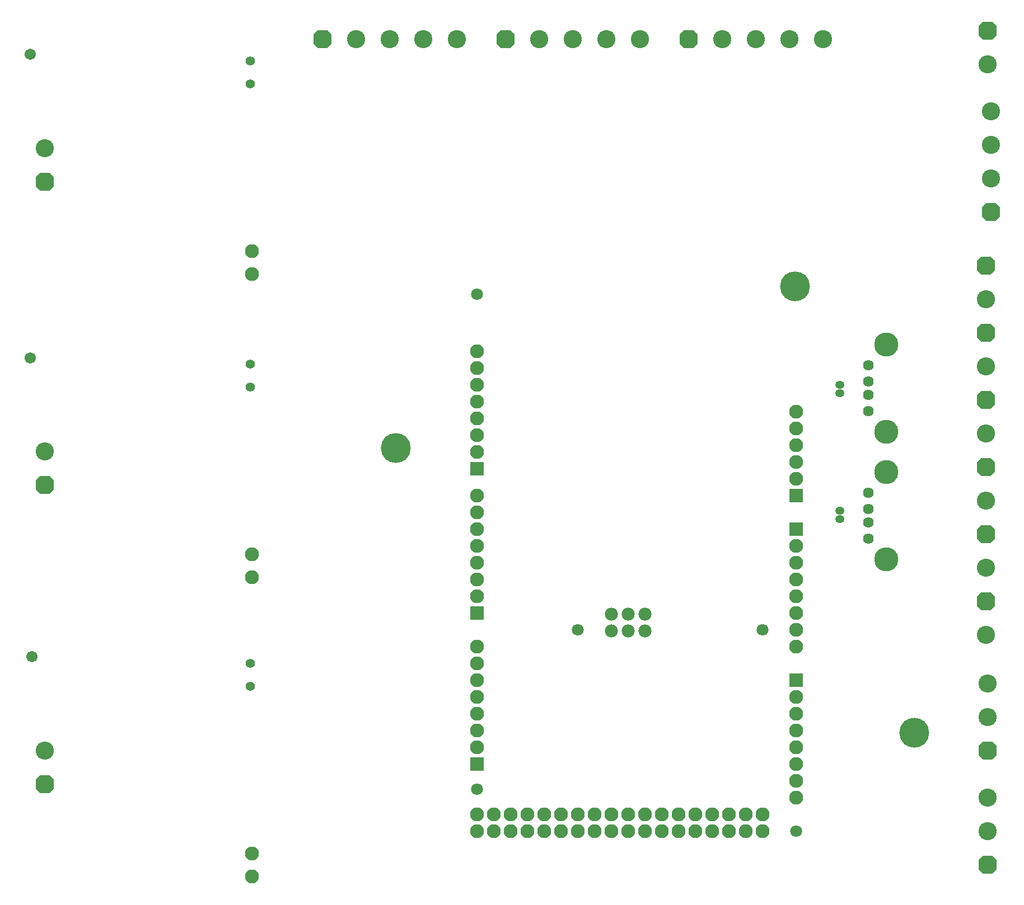
<source format=gbr>
%TF.GenerationSoftware,Altium Limited,Altium Designer,19.1.5 (86)*%
G04 Layer_Color=16711935*
%FSLAX26Y26*%
%MOIN*%
%TF.FileFunction,Soldermask,Bot*%
%TF.Part,Single*%
G01*
G75*
%TA.AperFunction,ComponentPad*%
G04:AMPARAMS|DCode=52|XSize=108mil|YSize=108mil|CornerRadius=0mil|HoleSize=0mil|Usage=FLASHONLY|Rotation=270.000|XOffset=0mil|YOffset=0mil|HoleType=Round|Shape=Octagon|*
%AMOCTAGOND52*
4,1,8,-0.027000,-0.054000,0.027000,-0.054000,0.054000,-0.027000,0.054000,0.027000,0.027000,0.054000,-0.027000,0.054000,-0.054000,0.027000,-0.054000,-0.027000,-0.027000,-0.054000,0.0*
%
%ADD52OCTAGOND52*%

%ADD53C,0.108000*%
%ADD54C,0.063906*%
%ADD55C,0.143827*%
G04:AMPARAMS|DCode=56|XSize=108mil|YSize=108mil|CornerRadius=0mil|HoleSize=0mil|Usage=FLASHONLY|Rotation=0.000|XOffset=0mil|YOffset=0mil|HoleType=Round|Shape=Octagon|*
%AMOCTAGOND56*
4,1,8,0.054000,-0.027000,0.054000,0.027000,0.027000,0.054000,-0.027000,0.054000,-0.054000,0.027000,-0.054000,-0.027000,-0.027000,-0.054000,0.027000,-0.054000,0.054000,-0.027000,0.0*
%
%ADD56OCTAGOND56*%

%ADD57O,0.055244X0.047370*%
%ADD58C,0.082803*%
%ADD59C,0.055244*%
%TA.AperFunction,ViaPad*%
%ADD60C,0.178000*%
%TA.AperFunction,ComponentPad*%
%ADD61R,0.082803X0.082803*%
%ADD62C,0.078000*%
%TA.AperFunction,ViaPad*%
%ADD63C,0.070992*%
%ADD64C,0.067055*%
D52*
X5801669Y1820370D02*
D03*
Y2220370D02*
D03*
X5800000Y2620000D02*
D03*
Y3020000D02*
D03*
Y3420000D02*
D03*
Y3820000D02*
D03*
X5811669Y5220370D02*
D03*
X5830000Y4140000D02*
D03*
X5810000Y250000D02*
D03*
Y930000D02*
D03*
X198331Y2513095D02*
D03*
X198331Y4319630D02*
D03*
X198331Y729630D02*
D03*
D53*
X5801669Y1620370D02*
D03*
Y2020370D02*
D03*
X5800000Y2420000D02*
D03*
Y2820000D02*
D03*
Y3220000D02*
D03*
Y3620000D02*
D03*
X5811669Y5020370D02*
D03*
X5830000Y4740000D02*
D03*
Y4540000D02*
D03*
Y4340000D02*
D03*
X5810000Y650000D02*
D03*
Y450000D02*
D03*
X4830000Y5170000D02*
D03*
X4630000D02*
D03*
X4430000D02*
D03*
X4230000D02*
D03*
X5810000Y1330000D02*
D03*
Y1130000D02*
D03*
X2650000Y5170000D02*
D03*
X2450000D02*
D03*
X2250000D02*
D03*
X2050000D02*
D03*
X3740000D02*
D03*
X3540000D02*
D03*
X3340000D02*
D03*
X3140000D02*
D03*
X198331Y2713095D02*
D03*
X198331Y4519630D02*
D03*
X198331Y929630D02*
D03*
D54*
X5100944Y2369370D02*
D03*
Y2290630D02*
D03*
Y2467795D02*
D03*
Y2192205D02*
D03*
X5100947Y3129370D02*
D03*
Y3050630D02*
D03*
Y3227795D02*
D03*
Y2952205D02*
D03*
D55*
X5207637Y2588661D02*
D03*
Y2071339D02*
D03*
X5207640Y3348661D02*
D03*
Y2831339D02*
D03*
D56*
X4030000Y5170000D02*
D03*
X1850000D02*
D03*
X2940000D02*
D03*
D57*
X4930000Y3110000D02*
D03*
Y3060000D02*
D03*
Y2310000D02*
D03*
Y2360000D02*
D03*
D58*
X1430000Y3770000D02*
D03*
Y3907795D02*
D03*
X1430000Y1963465D02*
D03*
Y2101260D02*
D03*
X1430000Y317795D02*
D03*
Y180000D02*
D03*
X4470000Y550000D02*
D03*
Y450000D02*
D03*
X4370000Y550000D02*
D03*
Y450000D02*
D03*
X4270000Y550000D02*
D03*
Y450000D02*
D03*
X4170000Y550000D02*
D03*
Y450000D02*
D03*
X4070000Y550000D02*
D03*
Y450000D02*
D03*
X3970000Y550000D02*
D03*
Y450000D02*
D03*
X3870000Y550000D02*
D03*
Y450000D02*
D03*
X3770000Y550000D02*
D03*
Y450000D02*
D03*
X3670000D02*
D03*
Y550000D02*
D03*
X3570000D02*
D03*
Y450000D02*
D03*
X3470000Y550000D02*
D03*
Y450000D02*
D03*
X3370000Y550000D02*
D03*
Y450000D02*
D03*
X3270000Y550000D02*
D03*
Y450000D02*
D03*
X3170000Y550000D02*
D03*
Y450000D02*
D03*
X3070000Y550000D02*
D03*
Y450000D02*
D03*
X2970000Y550000D02*
D03*
Y450000D02*
D03*
X2870000Y550000D02*
D03*
Y450000D02*
D03*
X2770000Y550000D02*
D03*
Y450000D02*
D03*
X4670000Y1150000D02*
D03*
Y1250000D02*
D03*
Y650000D02*
D03*
Y750000D02*
D03*
Y850000D02*
D03*
Y950000D02*
D03*
Y1050000D02*
D03*
X2770000D02*
D03*
Y950000D02*
D03*
Y1550000D02*
D03*
Y1450000D02*
D03*
Y1350000D02*
D03*
Y1250000D02*
D03*
Y1150000D02*
D03*
X4670000Y2050000D02*
D03*
Y2150000D02*
D03*
Y1550000D02*
D03*
Y1650000D02*
D03*
Y1750000D02*
D03*
Y1850000D02*
D03*
Y1950000D02*
D03*
X2770000D02*
D03*
Y1850000D02*
D03*
Y2450000D02*
D03*
Y2350000D02*
D03*
Y2250000D02*
D03*
Y2150000D02*
D03*
Y2050000D02*
D03*
X4670000Y2550000D02*
D03*
Y2650000D02*
D03*
Y2750000D02*
D03*
Y2850000D02*
D03*
Y2950000D02*
D03*
X2770000Y2810000D02*
D03*
Y2710000D02*
D03*
Y3310000D02*
D03*
Y3210000D02*
D03*
Y3110000D02*
D03*
Y3010000D02*
D03*
Y2910000D02*
D03*
D59*
X1420000Y4902205D02*
D03*
Y5040000D02*
D03*
X1420000Y3095669D02*
D03*
Y3233465D02*
D03*
X1420000Y1450000D02*
D03*
Y1312205D02*
D03*
D60*
X4665000Y3697000D02*
D03*
X5375500Y1036000D02*
D03*
X2289500Y2733500D02*
D03*
D61*
X4670000Y1350000D02*
D03*
X2770000Y850000D02*
D03*
X4670000Y2250000D02*
D03*
X2770000Y1750000D02*
D03*
X4670000Y2450000D02*
D03*
X2770000Y2610000D02*
D03*
D62*
X3770000Y1645000D02*
D03*
Y1745000D02*
D03*
X3670000Y1645000D02*
D03*
Y1745000D02*
D03*
X3570000Y1645000D02*
D03*
Y1745000D02*
D03*
D63*
X2770000Y3650000D02*
D03*
X3370000Y1650000D02*
D03*
X4470000D02*
D03*
X4670000Y450000D02*
D03*
X2770000Y700000D02*
D03*
D64*
X110000Y3270000D02*
D03*
X120000Y1490000D02*
D03*
X110000Y5080000D02*
D03*
%TF.MD5,9afb98ee31fd8c8cdc72ca1b11e21ac5*%
M02*

</source>
